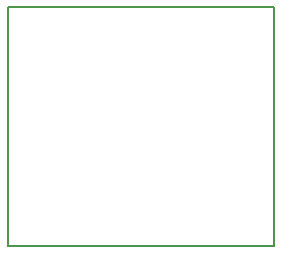
<source format=gbr>
%TF.GenerationSoftware,KiCad,Pcbnew,(5.0.0)*%
%TF.CreationDate,2019-02-19T13:25:25-06:00*%
%TF.ProjectId,USBBreakout,555342427265616B6F75742E6B696361,rev?*%
%TF.SameCoordinates,Original*%
%TF.FileFunction,Profile,NP*%
%FSLAX46Y46*%
G04 Gerber Fmt 4.6, Leading zero omitted, Abs format (unit mm)*
G04 Created by KiCad (PCBNEW (5.0.0)) date 02/19/19 13:25:25*
%MOMM*%
%LPD*%
G01*
G04 APERTURE LIST*
%ADD10C,0.150000*%
G04 APERTURE END LIST*
D10*
X162560000Y-100901500D02*
X162560000Y-80645000D01*
X140017500Y-100901500D02*
X162560000Y-100901500D01*
X140017500Y-80645000D02*
X140017500Y-100901500D01*
X162560000Y-80645000D02*
X140017500Y-80645000D01*
M02*

</source>
